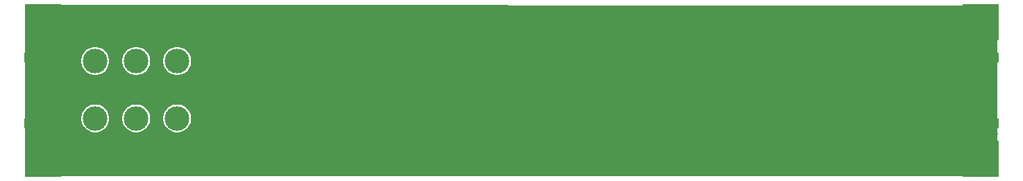
<source format=gbl>
G04*
G04 #@! TF.GenerationSoftware,Altium Limited,Altium Designer,21.2.0 (30)*
G04*
G04 Layer_Physical_Order=2*
G04 Layer_Color=255*
%FSLAX44Y44*%
%MOMM*%
G71*
G04*
G04 #@! TF.SameCoordinates,58CED176-2650-464E-8F7A-AB9BE6AF2035*
G04*
G04*
G04 #@! TF.FilePolarity,Positive*
G04*
G01*
G75*
%ADD58C,3.0000*%
%ADD59R,4.4450X4.4450*%
%ADD84R,5.0800X1.2700*%
%ADD85R,4.4450X4.4450*%
%ADD86C,0.7620*%
%ADD87C,1.6000*%
%ADD88C,1.0000*%
%ADD89R,4.7597X2.5439*%
%ADD90R,4.7320X1.6866*%
%ADD91R,4.7467X1.2755*%
%ADD92R,5.0163X5.7649*%
%ADD93R,5.1517X5.7107*%
G36*
X1189915Y212015D02*
Y157480D01*
X1189802Y157367D01*
Y142324D01*
X1189687Y142277D01*
X1189687Y142277D01*
X1189766Y116505D01*
X1189744Y99390D01*
X1189777Y73511D01*
X1189930Y73358D01*
X1189915Y60942D01*
Y4438D01*
X1188739Y3262D01*
X4151Y3337D01*
X3253Y4236D01*
X3304Y60910D01*
X3302Y142323D01*
X3109Y142323D01*
Y211869D01*
X4007Y212767D01*
X1189915Y212015D01*
D02*
G37*
%LPC*%
G36*
X190674Y161000D02*
X187326D01*
X184041Y160347D01*
X180947Y159065D01*
X178163Y157205D01*
X175795Y154837D01*
X173935Y152052D01*
X172653Y148959D01*
X172000Y145674D01*
Y142326D01*
X172653Y139041D01*
X173935Y135948D01*
X175795Y133163D01*
X178163Y130795D01*
X180947Y128935D01*
X184041Y127653D01*
X187326Y127000D01*
X190674D01*
X193959Y127653D01*
X197052Y128935D01*
X199837Y130795D01*
X202205Y133163D01*
X204065Y135948D01*
X205347Y139041D01*
X206000Y142326D01*
Y145674D01*
X205347Y148959D01*
X204065Y152052D01*
X202205Y154837D01*
X199837Y157205D01*
X197052Y159065D01*
X193959Y160347D01*
X190674Y161000D01*
D02*
G37*
G36*
X140674D02*
X137326D01*
X134041Y160347D01*
X130948Y159065D01*
X128163Y157205D01*
X125795Y154837D01*
X123935Y152052D01*
X122653Y148959D01*
X122000Y145674D01*
Y142326D01*
X122653Y139041D01*
X123935Y135948D01*
X125795Y133163D01*
X128163Y130795D01*
X130948Y128935D01*
X134041Y127653D01*
X137326Y127000D01*
X140674D01*
X143959Y127653D01*
X147052Y128935D01*
X149837Y130795D01*
X152205Y133163D01*
X154065Y135948D01*
X155347Y139041D01*
X156000Y142326D01*
Y145674D01*
X155347Y148959D01*
X154065Y152052D01*
X152205Y154837D01*
X149837Y157205D01*
X147052Y159065D01*
X143959Y160347D01*
X140674Y161000D01*
D02*
G37*
G36*
X90674D02*
X87326D01*
X84041Y160347D01*
X80948Y159065D01*
X78163Y157205D01*
X75795Y154837D01*
X73935Y152052D01*
X72653Y148959D01*
X72000Y145674D01*
Y142326D01*
X72653Y139041D01*
X73935Y135948D01*
X75795Y133163D01*
X78163Y130795D01*
X80948Y128935D01*
X84041Y127653D01*
X87326Y127000D01*
X90674D01*
X93959Y127653D01*
X97052Y128935D01*
X99837Y130795D01*
X102205Y133163D01*
X104065Y135948D01*
X105347Y139041D01*
X106000Y142326D01*
Y145674D01*
X105347Y148959D01*
X104065Y152052D01*
X102205Y154837D01*
X99837Y157205D01*
X97052Y159065D01*
X93959Y160347D01*
X90674Y161000D01*
D02*
G37*
G36*
X190674Y91000D02*
X187326D01*
X184041Y90347D01*
X180947Y89065D01*
X178163Y87205D01*
X175795Y84837D01*
X173935Y82052D01*
X172653Y78959D01*
X172000Y75674D01*
Y72326D01*
X172653Y69041D01*
X173935Y65947D01*
X175795Y63163D01*
X178163Y60795D01*
X180947Y58935D01*
X184041Y57653D01*
X187326Y57000D01*
X190674D01*
X193959Y57653D01*
X197052Y58935D01*
X199837Y60795D01*
X202205Y63163D01*
X204065Y65947D01*
X205347Y69041D01*
X206000Y72326D01*
Y75674D01*
X205347Y78959D01*
X204065Y82052D01*
X202205Y84837D01*
X199837Y87205D01*
X197052Y89065D01*
X193959Y90347D01*
X190674Y91000D01*
D02*
G37*
G36*
X140674D02*
X137326D01*
X134041Y90347D01*
X130948Y89065D01*
X128163Y87205D01*
X125795Y84837D01*
X123935Y82052D01*
X122653Y78959D01*
X122000Y75674D01*
Y72326D01*
X122653Y69041D01*
X123935Y65947D01*
X125795Y63163D01*
X128163Y60795D01*
X130948Y58935D01*
X134041Y57653D01*
X137326Y57000D01*
X140674D01*
X143959Y57653D01*
X147052Y58935D01*
X149837Y60795D01*
X152205Y63163D01*
X154065Y65947D01*
X155347Y69041D01*
X156000Y72326D01*
Y75674D01*
X155347Y78959D01*
X154065Y82052D01*
X152205Y84837D01*
X149837Y87205D01*
X147052Y89065D01*
X143959Y90347D01*
X140674Y91000D01*
D02*
G37*
G36*
X90674D02*
X87326D01*
X84041Y90347D01*
X80948Y89065D01*
X78163Y87205D01*
X75795Y84837D01*
X73935Y82052D01*
X72653Y78959D01*
X72000Y75674D01*
Y72326D01*
X72653Y69041D01*
X73935Y65947D01*
X75795Y63163D01*
X78163Y60795D01*
X80948Y58935D01*
X84041Y57653D01*
X87326Y57000D01*
X90674D01*
X93959Y57653D01*
X97052Y58935D01*
X99837Y60795D01*
X102205Y63163D01*
X104065Y65947D01*
X105347Y69041D01*
X106000Y72326D01*
Y75674D01*
X105347Y78959D01*
X104065Y82052D01*
X102205Y84837D01*
X99837Y87205D01*
X97052Y89065D01*
X93959Y90347D01*
X90674Y91000D01*
D02*
G37*
%LPD*%
D58*
X89000Y144000D02*
D03*
X139000D02*
D03*
X189000D02*
D03*
Y74000D02*
D03*
X139000D02*
D03*
X89000D02*
D03*
D59*
X1169000Y25000D02*
D03*
Y191000D02*
D03*
D84*
X1165800Y147950D02*
D03*
Y67950D02*
D03*
X28000Y147950D02*
D03*
Y67950D02*
D03*
D85*
X25000Y191000D02*
D03*
Y25000D02*
D03*
D86*
X992190Y160020D02*
D03*
X1012510D02*
D03*
X988380Y134620D02*
D03*
X1016320D02*
D03*
X988380Y148590D02*
D03*
X1016320D02*
D03*
D87*
X1026480Y161290D02*
D03*
X978220D02*
D03*
D88*
X1185166Y55309D02*
D03*
X1182626Y160084D02*
D03*
X1137000Y138000D02*
D03*
X1142000Y11000D02*
D03*
X1117000D02*
D03*
X1092000Y10000D02*
D03*
X1042000Y11000D02*
D03*
X1016000D02*
D03*
X988000D02*
D03*
X957000Y10000D02*
D03*
X57000Y12000D02*
D03*
X97000Y11000D02*
D03*
X126000Y10000D02*
D03*
X156000D02*
D03*
X184000Y11000D02*
D03*
X210000D02*
D03*
X244000D02*
D03*
X276000D02*
D03*
X315000D02*
D03*
X355000D02*
D03*
X394000D02*
D03*
X449000D02*
D03*
X487000D02*
D03*
X755000D02*
D03*
X1137000Y159000D02*
D03*
X1110000Y164000D02*
D03*
Y152000D02*
D03*
X1109000Y139000D02*
D03*
X1081000Y138000D02*
D03*
X1082000Y150000D02*
D03*
X1054000Y160000D02*
D03*
X1048000Y151000D02*
D03*
X1047000Y139000D02*
D03*
X1097000Y126000D02*
D03*
X1147000D02*
D03*
X1158000D02*
D03*
X1171000Y125000D02*
D03*
X1183000D02*
D03*
X1171000Y92000D02*
D03*
X1158000D02*
D03*
X1145000Y91000D02*
D03*
X1129000Y92000D02*
D03*
X1021000Y72000D02*
D03*
X1039000Y70000D02*
D03*
X1050000Y92000D02*
D03*
X1082000D02*
D03*
X1083000Y73000D02*
D03*
X1111000Y39000D02*
D03*
X1097000Y38000D02*
D03*
X1080850Y36340D02*
D03*
X1070000Y37000D02*
D03*
X1057000Y36000D02*
D03*
X1044000Y37000D02*
D03*
X1033000Y38000D02*
D03*
X1021000Y37000D02*
D03*
X984000D02*
D03*
X983000Y69000D02*
D03*
X995000Y70000D02*
D03*
X1003000Y78000D02*
D03*
Y91000D02*
D03*
X993000D02*
D03*
X982000D02*
D03*
X970000D02*
D03*
X958000D02*
D03*
X944000D02*
D03*
X932000D02*
D03*
X922000Y97000D02*
D03*
Y111000D02*
D03*
X961000Y134000D02*
D03*
Y144000D02*
D03*
X953000Y154000D02*
D03*
X941000Y156000D02*
D03*
X926000D02*
D03*
X911000Y155000D02*
D03*
X912000Y169000D02*
D03*
Y185000D02*
D03*
X891000Y198000D02*
D03*
X875000Y193000D02*
D03*
X874000Y180000D02*
D03*
X970000Y124000D02*
D03*
X956000Y123000D02*
D03*
X922000D02*
D03*
X910000Y121000D02*
D03*
X909000Y105000D02*
D03*
X897000Y98000D02*
D03*
X883000Y99000D02*
D03*
X874000Y156000D02*
D03*
X878000Y142000D02*
D03*
X872000Y130000D02*
D03*
X846000D02*
D03*
X833000Y131000D02*
D03*
X822137Y131440D02*
D03*
X799510Y130937D02*
D03*
X788000Y132000D02*
D03*
X846000Y98000D02*
D03*
X833000Y97000D02*
D03*
X808000D02*
D03*
X795000D02*
D03*
X782000Y99000D02*
D03*
X758000Y88000D02*
D03*
X759000Y76000D02*
D03*
Y62000D02*
D03*
X758000Y49000D02*
D03*
X749000Y43000D02*
D03*
X731000D02*
D03*
X722000Y53000D02*
D03*
X721000Y64000D02*
D03*
X720000Y76000D02*
D03*
X725000Y99000D02*
D03*
X720000Y87000D02*
D03*
X759000Y130000D02*
D03*
X746000D02*
D03*
X731000D02*
D03*
X717340Y130728D02*
D03*
X703000Y130000D02*
D03*
X688000Y129000D02*
D03*
X687000Y140000D02*
D03*
X686000Y152000D02*
D03*
X687000Y165000D02*
D03*
X689000Y179000D02*
D03*
X685865Y189754D02*
D03*
X668000Y197000D02*
D03*
X545000Y173000D02*
D03*
X594000D02*
D03*
X652000Y168000D02*
D03*
Y157000D02*
D03*
X653000Y145000D02*
D03*
X652000Y132000D02*
D03*
X638000Y131000D02*
D03*
X626000Y132000D02*
D03*
X613000D02*
D03*
X601000D02*
D03*
X579000D02*
D03*
X699000Y98000D02*
D03*
X688000Y99000D02*
D03*
X676000Y98000D02*
D03*
X662000D02*
D03*
X649000D02*
D03*
X634000D02*
D03*
X618000D02*
D03*
X606000D02*
D03*
X592000Y97000D02*
D03*
X578000D02*
D03*
X564000Y98000D02*
D03*
X549000D02*
D03*
X535000D02*
D03*
X567000Y132000D02*
D03*
X553000Y130000D02*
D03*
X539000Y129000D02*
D03*
X523000Y130000D02*
D03*
X498000D02*
D03*
X483000Y129000D02*
D03*
X468000Y130000D02*
D03*
X454000D02*
D03*
X442000D02*
D03*
X426000D02*
D03*
X441000Y99000D02*
D03*
X449000Y89000D02*
D03*
Y78000D02*
D03*
X448000Y66000D02*
D03*
X437000Y60000D02*
D03*
X422000D02*
D03*
X406000D02*
D03*
X395000Y64000D02*
D03*
Y80000D02*
D03*
X408000Y129000D02*
D03*
X316000Y89000D02*
D03*
X303000D02*
D03*
X288000D02*
D03*
X273000Y88000D02*
D03*
X257000Y89000D02*
D03*
X243000Y88000D02*
D03*
X231790Y91716D02*
D03*
X343000Y90000D02*
D03*
X349000Y100000D02*
D03*
X348000Y117000D02*
D03*
X303000Y130000D02*
D03*
X316000Y131000D02*
D03*
X377000Y96000D02*
D03*
X394000Y94000D02*
D03*
X418000Y140000D02*
D03*
Y153000D02*
D03*
X413000Y164000D02*
D03*
X393000Y166000D02*
D03*
X377000D02*
D03*
X357000Y165000D02*
D03*
X342000D02*
D03*
X325000Y166000D02*
D03*
X309000Y167000D02*
D03*
X293000D02*
D03*
X280000Y166000D02*
D03*
X268000Y159000D02*
D03*
X269000Y145000D02*
D03*
X268000Y130000D02*
D03*
X256000D02*
D03*
X229000Y126000D02*
D03*
X216000Y129000D02*
D03*
X217000Y141000D02*
D03*
X216000Y156000D02*
D03*
X207000Y165000D02*
D03*
X192000Y170000D02*
D03*
X176000Y168000D02*
D03*
X216000Y91000D02*
D03*
X218000Y72000D02*
D03*
X212000Y58000D02*
D03*
X195000Y49000D02*
D03*
X177000Y50000D02*
D03*
X115000Y53000D02*
D03*
X81000Y49000D02*
D03*
X95000Y169000D02*
D03*
X80000D02*
D03*
X66000Y159000D02*
D03*
X63000Y143000D02*
D03*
Y74000D02*
D03*
X45000Y148000D02*
D03*
X8000Y149000D02*
D03*
X8600Y67600D02*
D03*
X43600D02*
D03*
X65000Y92000D02*
D03*
X49000Y91000D02*
D03*
X31000D02*
D03*
X12000Y89000D02*
D03*
X48000Y127000D02*
D03*
X32000D02*
D03*
X12000D02*
D03*
X1081000D02*
D03*
X1008000Y37000D02*
D03*
X820000Y97000D02*
D03*
X758000Y99000D02*
D03*
X858000Y98000D02*
D03*
Y130000D02*
D03*
X773000D02*
D03*
X601000Y11000D02*
D03*
X718000D02*
D03*
X638000D02*
D03*
X563000D02*
D03*
X518000D02*
D03*
X97441Y49633D02*
D03*
X65080Y51771D02*
D03*
X111484Y165337D02*
D03*
X63000Y127000D02*
D03*
X243000Y131000D02*
D03*
X234564Y77895D02*
D03*
X137128Y51159D02*
D03*
X373000Y115000D02*
D03*
Y128000D02*
D03*
X1114000Y65000D02*
D03*
Y52000D02*
D03*
X158750Y165100D02*
D03*
Y50800D02*
D03*
X330000Y89000D02*
D03*
X320235Y179502D02*
D03*
X354000Y132000D02*
D03*
X330000Y131000D02*
D03*
X487000Y98000D02*
D03*
Y85000D02*
D03*
X511000Y130000D02*
D03*
X593250Y63500D02*
D03*
X652000Y182000D02*
D03*
X644050Y63500D02*
D03*
X653000Y196000D02*
D03*
X770000Y99000D02*
D03*
X677000Y11000D02*
D03*
X720250Y152400D02*
D03*
X713000Y97000D02*
D03*
X766450Y171450D02*
D03*
X817250D02*
D03*
X818400Y69270D02*
D03*
X874000Y167000D02*
D03*
X869200Y69270D02*
D03*
X870000Y99000D02*
D03*
X907000Y197000D02*
D03*
X996000Y37000D02*
D03*
X1040450Y82550D02*
D03*
X1046800Y127000D02*
D03*
X1115000Y78000D02*
D03*
X1183000Y91000D02*
D03*
X1136650Y127000D02*
D03*
X1111250D02*
D03*
X1115000Y92000D02*
D03*
D89*
X27001Y158770D02*
D03*
D90*
X27019Y55363D02*
D03*
D91*
X27037Y67288D02*
D03*
D92*
X28258Y32086D02*
D03*
D93*
X29021Y183462D02*
D03*
M02*

</source>
